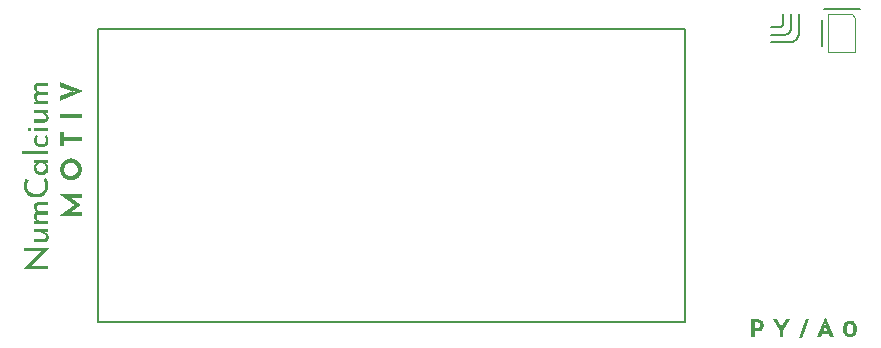
<source format=gbr>
%TF.GenerationSoftware,KiCad,Pcbnew,8.0.7-8.0.7-0~ubuntu22.04.1*%
%TF.CreationDate,2024-12-28T00:37:12+00:00*%
%TF.ProjectId,numcalcium,6e756d63-616c-4636-9975-6d2e6b696361,rev?*%
%TF.SameCoordinates,Original*%
%TF.FileFunction,Legend,Top*%
%TF.FilePolarity,Positive*%
%FSLAX46Y46*%
G04 Gerber Fmt 4.6, Leading zero omitted, Abs format (unit mm)*
G04 Created by KiCad (PCBNEW 8.0.7-8.0.7-0~ubuntu22.04.1) date 2024-12-28 00:37:12*
%MOMM*%
%LPD*%
G01*
G04 APERTURE LIST*
%ADD10C,0.211666*%
%ADD11C,0.400000*%
%ADD12C,0.150000*%
%ADD13C,0.250000*%
%ADD14C,0.350000*%
%ADD15C,0.120000*%
G04 APERTURE END LIST*
D10*
X66006199Y29772849D02*
X66038951Y29775339D01*
X67101991Y29469243D02*
X67126887Y29504253D01*
X66588939Y30225153D02*
X66597629Y30255756D01*
X65951902Y30769903D02*
X65954426Y30789765D01*
X66134187Y29792314D02*
X66164790Y29801004D01*
X65639584Y30441531D02*
X65658785Y30445963D01*
X67191335Y29616381D02*
X67209218Y29655936D01*
X65812049Y30524095D02*
X65826449Y30536569D01*
X67017847Y29372096D02*
X67047415Y29403108D01*
X65748774Y30481369D02*
X65765394Y30490925D01*
X67274782Y29912219D02*
X67278230Y29957568D01*
X66522413Y29120840D02*
X66566387Y29128693D01*
X64898142Y30433468D02*
X65559600Y30433468D01*
X65925287Y30675862D02*
X65932393Y30693885D01*
X66614604Y30350992D02*
X66617094Y30383744D01*
X65877630Y30592887D02*
X65888695Y30608447D01*
X66477724Y29115161D02*
X66522413Y29120840D01*
X66578799Y30195187D02*
X66588939Y30225153D01*
X65696058Y30457550D02*
X65714081Y30464656D01*
X65956475Y31491801D02*
X65954426Y30789765D01*
X66432375Y29111713D02*
X66477724Y29115161D01*
X66566387Y29128693D02*
X66609590Y29138664D01*
X65658785Y30445963D02*
X65677618Y30451311D01*
X66885690Y29263056D02*
X66920700Y29287952D01*
X65826449Y30536569D02*
X65840233Y30549710D01*
X66386423Y29110551D02*
X66432375Y29111713D01*
X66651965Y29150697D02*
X66693456Y29164736D01*
X67225207Y29696487D02*
X67239246Y29737978D01*
X65954426Y30789765D02*
X65955959Y30809920D01*
X65677618Y30451311D02*
X65696058Y30457550D01*
X66540094Y30109525D02*
X66554337Y30137333D01*
X66604831Y30286958D02*
X66610503Y30318717D01*
X66358877Y29900134D02*
X66383240Y29919279D01*
X66617934Y30416931D02*
X66617934Y31491801D01*
X66610503Y30318717D02*
X66614604Y30350992D01*
X67171615Y29577878D02*
X67191335Y29616381D01*
X65840233Y30549710D02*
X65853374Y30563494D01*
X66307425Y29865378D02*
X66333592Y29882153D01*
X65955959Y30809920D02*
X65956475Y30830343D01*
X67047415Y29403108D02*
X67075481Y29435509D01*
X65620040Y30438041D02*
X65639584Y30441531D01*
X65600178Y30435517D02*
X65620040Y30438041D01*
X66597629Y30255756D02*
X66604831Y30286958D01*
X67261250Y29823556D02*
X67269103Y29867530D01*
X66920700Y29287952D02*
X66954434Y29314462D01*
X66773562Y29198608D02*
X66812065Y29218328D01*
X65797056Y30512313D02*
X65812049Y30524095D01*
X66524565Y30082518D02*
X66540094Y30109525D01*
X65899018Y30624549D02*
X65908574Y30641169D01*
X67239246Y29737978D02*
X67251279Y29780353D01*
X67251279Y29780353D02*
X67261250Y29823556D01*
X66554337Y30137333D02*
X66567252Y30165900D01*
X65580023Y30433984D02*
X65600178Y30435517D01*
X66693456Y29164736D02*
X66734007Y29180725D01*
X67269103Y29867530D02*
X67274782Y29912219D01*
X66406641Y29939550D02*
X66429039Y29960904D01*
X67126887Y29504253D02*
X67150114Y29540483D01*
X65853374Y30563494D02*
X65865848Y30577894D01*
X65943980Y30731158D02*
X65948412Y30750359D01*
X65938632Y30712325D02*
X65943980Y30731158D01*
X65948412Y30750359D02*
X65951902Y30769903D01*
X65908574Y30641169D02*
X65917339Y30658282D01*
X66280418Y29849849D02*
X66307425Y29865378D01*
X66450393Y29983302D02*
X66470664Y30006703D01*
X66567252Y30165900D02*
X66578799Y30195187D01*
X67075481Y29435509D02*
X67101991Y29469243D01*
X67209218Y29655936D02*
X67225207Y29696487D01*
X65865848Y30577894D02*
X65877630Y30592887D01*
X67150114Y29540483D02*
X67171615Y29577878D01*
X64898142Y29772009D02*
X65973012Y29772009D01*
X66470664Y30006703D02*
X66489809Y30031066D01*
X67278230Y29957568D02*
X67279392Y30003520D01*
X66224043Y29822691D02*
X66252610Y29835606D01*
X66102985Y29785112D02*
X66134187Y29792314D01*
X66617094Y30383744D02*
X66617934Y30416931D01*
X66333592Y29882153D02*
X66358877Y29900134D01*
X66849460Y29239829D02*
X66885690Y29263056D01*
X65932393Y30693885D02*
X65938632Y30712325D01*
X65781496Y30501248D02*
X65797056Y30512313D01*
X65973012Y29772009D02*
X66006199Y29772849D01*
X65765394Y30490925D02*
X65781496Y30501248D01*
X66734007Y29180725D02*
X66773562Y29198608D01*
X66383240Y29919279D02*
X66406641Y29939550D01*
X65714081Y30464656D02*
X65731661Y30472604D01*
X66429039Y29960904D02*
X66450393Y29983302D01*
X65559600Y30433468D02*
X65580023Y30433984D01*
X66194756Y29811144D02*
X66224043Y29822691D01*
X66812065Y29218328D02*
X66849460Y29239829D01*
X66954434Y29314462D02*
X66986835Y29342528D01*
X66164790Y29801004D02*
X66194756Y29811144D01*
X66507790Y30056351D02*
X66524565Y30082518D01*
X66609590Y29138664D02*
X66651965Y29150697D01*
X66489809Y30031066D02*
X66507790Y30056351D01*
X67279392Y30003520D02*
X67279392Y31491801D01*
X64898142Y29110551D02*
X66386423Y29110551D01*
X65888695Y30608447D02*
X65899018Y30624549D01*
X66252610Y29835606D02*
X66280418Y29849849D01*
X65917339Y30658282D02*
X65925287Y30675862D01*
X66038951Y29775339D02*
X66071226Y29779440D01*
X66071226Y29779440D02*
X66102985Y29785112D01*
X65731661Y30472604D02*
X65748774Y30481369D01*
X65956475Y30830343D02*
X65956475Y31491801D01*
X66986835Y29342528D02*
X67017847Y29372096D01*
D11*
G36*
X6529893Y14452747D02*
G01*
X4653069Y14452747D01*
X4653069Y14454884D01*
X6074257Y15457196D01*
X6040063Y15305033D01*
X4653069Y16304780D01*
X4653069Y16309481D01*
X6529893Y16309481D01*
X6529893Y15954291D01*
X5454491Y15954291D01*
X5638284Y15976517D01*
X6505529Y15366582D01*
X6505529Y15361453D01*
X5638284Y14734420D01*
X5469024Y14795542D01*
X6529893Y14795542D01*
X6529893Y14452747D01*
G37*
G36*
X5724597Y19296941D02*
G01*
X5815558Y19283397D01*
X5903474Y19260824D01*
X5988345Y19229221D01*
X6069155Y19189578D01*
X6144889Y19142881D01*
X6215548Y19089133D01*
X6281131Y19028332D01*
X6340757Y18961627D01*
X6393544Y18890166D01*
X6439492Y18813951D01*
X6478602Y18732981D01*
X6509643Y18648271D01*
X6531816Y18560835D01*
X6545120Y18470676D01*
X6549554Y18377791D01*
X6545120Y18283784D01*
X6531816Y18192823D01*
X6509643Y18104907D01*
X6478602Y18020036D01*
X6439492Y17939226D01*
X6393544Y17863492D01*
X6340757Y17792833D01*
X6281131Y17727250D01*
X6215548Y17667651D01*
X6144889Y17614944D01*
X6069155Y17569129D01*
X5988345Y17530207D01*
X5903474Y17499165D01*
X5815558Y17476993D01*
X5724597Y17463689D01*
X5630590Y17459254D01*
X5538828Y17463689D01*
X5449469Y17476993D01*
X5362515Y17499165D01*
X5277965Y17530207D01*
X5196994Y17569129D01*
X5120779Y17614944D01*
X5049319Y17667651D01*
X4982614Y17727250D01*
X4921733Y17792833D01*
X4867744Y17863492D01*
X4820647Y17939226D01*
X4780442Y18020036D01*
X4748278Y18104907D01*
X4725304Y18192823D01*
X4711520Y18283784D01*
X4706925Y18377791D01*
X4707052Y18380355D01*
X5050147Y18380355D01*
X5056338Y18294603D01*
X5077018Y18207131D01*
X5094172Y18162369D01*
X5135868Y18084778D01*
X5189414Y18015229D01*
X5218125Y17985842D01*
X5287023Y17929669D01*
X5364527Y17884783D01*
X5403200Y17867873D01*
X5491453Y17841029D01*
X5577927Y17828396D01*
X5630590Y17826413D01*
X5718446Y17832423D01*
X5808604Y17852500D01*
X5854988Y17869155D01*
X5935428Y17909803D01*
X6007967Y17961597D01*
X6038781Y17989261D01*
X6097521Y18056140D01*
X6144551Y18131061D01*
X6162307Y18168352D01*
X6190811Y18254039D01*
X6204225Y18338519D01*
X6206332Y18390186D01*
X6199066Y18480995D01*
X6177269Y18566584D01*
X6162307Y18604326D01*
X6120682Y18680663D01*
X6067347Y18748535D01*
X6038781Y18777006D01*
X5969889Y18831448D01*
X5893096Y18875308D01*
X5854988Y18891983D01*
X5767641Y18919104D01*
X5682380Y18931866D01*
X5630590Y18933871D01*
X5541312Y18927860D01*
X5456842Y18909828D01*
X5403200Y18891128D01*
X5321724Y18851109D01*
X5248855Y18800509D01*
X5218125Y18773586D01*
X5159109Y18708579D01*
X5111944Y18635107D01*
X5094172Y18598342D01*
X5065668Y18513909D01*
X5051695Y18423832D01*
X5050147Y18380355D01*
X4707052Y18380355D01*
X4711520Y18470676D01*
X4725304Y18560835D01*
X4748278Y18648271D01*
X4780442Y18732981D01*
X4820647Y18813951D01*
X4867744Y18890166D01*
X4921733Y18961627D01*
X4982614Y19028332D01*
X5049319Y19089133D01*
X5120779Y19142881D01*
X5196994Y19189578D01*
X5277965Y19229221D01*
X5362515Y19260824D01*
X5449469Y19283397D01*
X5538828Y19296941D01*
X5630590Y19301456D01*
X5724597Y19296941D01*
G37*
G36*
X4726586Y20329413D02*
G01*
X4726586Y21544582D01*
X5069809Y21544582D01*
X5069809Y21106044D01*
X6529893Y21106044D01*
X6529893Y20750854D01*
X5069809Y20750854D01*
X5069809Y20329413D01*
X4726586Y20329413D01*
G37*
G36*
X4726586Y22681533D02*
G01*
X4726586Y23036723D01*
X6529893Y23036723D01*
X6529893Y22681533D01*
X4726586Y22681533D01*
G37*
G36*
X4726586Y24569042D02*
G01*
X6025104Y25095629D01*
X5983643Y24890038D01*
X4726586Y25367471D01*
X4726586Y25788913D01*
X6613240Y24965692D01*
X4726586Y24142471D01*
X4726586Y24569042D01*
G37*
D12*
X7958392Y30241001D02*
X57615392Y30241001D01*
X57615392Y5441001D01*
X7958392Y5441001D01*
X7958392Y30241001D01*
X72401392Y31957801D02*
X69607392Y31957801D01*
X69607392Y31957801D02*
X69353392Y31957801D01*
D13*
G36*
X3759337Y11693090D02*
G01*
X2170293Y10127982D01*
X2189833Y10206628D01*
X3693392Y10212001D01*
X3693392Y9938938D01*
X1607558Y9938938D01*
X1607558Y9951639D01*
X3200509Y11500138D01*
X3186832Y11437124D01*
X1669107Y11431262D01*
X1669107Y11701394D01*
X3759337Y11701394D01*
X3759337Y11693090D01*
G37*
G36*
X3738332Y12585553D02*
G01*
X3726903Y12482547D01*
X3688366Y12385712D01*
X3641612Y12323725D01*
X3561035Y12260688D01*
X3464383Y12224715D01*
X3391019Y12215770D01*
X2534215Y12215770D01*
X2534215Y12477598D01*
X3298695Y12477598D01*
X3398015Y12499886D01*
X3452080Y12532797D01*
X3504019Y12617213D01*
X3514117Y12689112D01*
X3497987Y12786501D01*
X3456964Y12863502D01*
X3384002Y12937064D01*
X3300161Y12987089D01*
X3200942Y13020398D01*
X3097879Y13033087D01*
X3074480Y13033495D01*
X2534215Y13033495D01*
X2534215Y13295323D01*
X3693392Y13295323D01*
X3693392Y13058896D01*
X3409093Y13036426D01*
X3459407Y13049126D01*
X3544432Y12999204D01*
X3603510Y12946056D01*
X3663124Y12867019D01*
X3702673Y12785833D01*
X3729417Y12689601D01*
X3738297Y12592285D01*
X3738332Y12585553D01*
G37*
G36*
X2534215Y13979203D02*
G01*
X2794578Y14001673D01*
X2772107Y13988973D01*
X2687514Y14039825D01*
X2610635Y14110179D01*
X2563524Y14173132D01*
X2517385Y14267700D01*
X2493798Y14362835D01*
X2487809Y14446684D01*
X2497855Y14548694D01*
X2519560Y14618631D01*
X2568943Y14703162D01*
X2608465Y14744172D01*
X2694417Y14794211D01*
X2748172Y14808163D01*
X2758430Y14792532D01*
X2670709Y14850830D01*
X2598787Y14923141D01*
X2559616Y14979133D01*
X2515859Y15070152D01*
X2492297Y15165155D01*
X2487809Y15230704D01*
X2497254Y15329870D01*
X2529463Y15423305D01*
X2584529Y15500348D01*
X2665106Y15561714D01*
X2761758Y15595602D01*
X2835122Y15602930D01*
X3693392Y15602930D01*
X3693392Y15342567D01*
X2930377Y15342567D01*
X2830085Y15324439D01*
X2780900Y15299091D01*
X2723704Y15214944D01*
X2714955Y15157919D01*
X2732188Y15055924D01*
X2776015Y14976691D01*
X2845747Y14906105D01*
X2933796Y14852616D01*
X3028257Y14820065D01*
X3129372Y14805761D01*
X3143357Y14805232D01*
X3693392Y14805232D01*
X3693392Y14543404D01*
X2930377Y14543404D01*
X2830085Y14523903D01*
X2780900Y14496998D01*
X2725171Y14415323D01*
X2714955Y14352895D01*
X2732188Y14251038D01*
X2776015Y14172155D01*
X2846113Y14102424D01*
X2935262Y14049545D01*
X3030667Y14017989D01*
X3131868Y14005753D01*
X3145799Y14005581D01*
X3693392Y14005581D01*
X3693392Y13743753D01*
X2534215Y13743753D01*
X2534215Y13979203D01*
G37*
G36*
X3541961Y17606209D02*
G01*
X3592231Y17520572D01*
X3617676Y17469433D01*
X3656389Y17374789D01*
X3684853Y17280155D01*
X3688507Y17265735D01*
X3706925Y17167882D01*
X3715347Y17062450D01*
X3715862Y17011234D01*
X3710840Y16910468D01*
X3695941Y16800803D01*
X3671272Y16697000D01*
X3636834Y16599059D01*
X3631842Y16587228D01*
X3587573Y16496675D01*
X3535855Y16413083D01*
X3468767Y16327362D01*
X3410070Y16266782D01*
X3327612Y16197423D01*
X3238508Y16137724D01*
X3142758Y16087685D01*
X3086692Y16064060D01*
X2993788Y16033072D01*
X2897770Y16010937D01*
X2798638Y15997657D01*
X2696392Y15993230D01*
X2585262Y15997809D01*
X2478528Y16011548D01*
X2376190Y16034446D01*
X2278248Y16066503D01*
X2185436Y16107199D01*
X2098974Y16155529D01*
X2018863Y16211491D01*
X1945101Y16275086D01*
X1870440Y16354985D01*
X1805826Y16442457D01*
X1751257Y16537503D01*
X1725283Y16593579D01*
X1690875Y16687582D01*
X1666298Y16785920D01*
X1651552Y16888593D01*
X1646636Y16995602D01*
X1650539Y17095388D01*
X1664030Y17199916D01*
X1687156Y17297766D01*
X1695973Y17325819D01*
X1731519Y17422948D01*
X1774773Y17517585D01*
X1810279Y17580808D01*
X2065269Y17471876D01*
X2013055Y17385272D01*
X1967614Y17290304D01*
X1958290Y17268177D01*
X1927928Y17174915D01*
X1911579Y17074645D01*
X1908465Y17003907D01*
X1915449Y16904830D01*
X1936402Y16809102D01*
X1967572Y16724981D01*
X2013413Y16637664D01*
X2070337Y16557736D01*
X2131703Y16491485D01*
X2208399Y16427383D01*
X2293407Y16373439D01*
X2377900Y16333216D01*
X2477390Y16300677D01*
X2582422Y16281644D01*
X2682715Y16276063D01*
X2782845Y16281119D01*
X2888029Y16298362D01*
X2988018Y16327842D01*
X3080745Y16368809D01*
X3164814Y16420512D01*
X3233726Y16476831D01*
X3305305Y16555530D01*
X3359574Y16637206D01*
X3395904Y16710815D01*
X3428999Y16808438D01*
X3448357Y16913911D01*
X3454034Y17016607D01*
X3448492Y17119189D01*
X3429808Y17221484D01*
X3407139Y17291625D01*
X3366860Y17382092D01*
X3314975Y17469647D01*
X3300161Y17489950D01*
X3541961Y17606209D01*
G37*
G36*
X3693392Y18925121D02*
G01*
X3500261Y18925121D01*
X3529749Y18904116D01*
X3598573Y18830736D01*
X3618165Y18804953D01*
X3667815Y18720193D01*
X3691926Y18661827D01*
X3715625Y18564420D01*
X3721235Y18480110D01*
X3714414Y18380791D01*
X3691152Y18278372D01*
X3651382Y18183111D01*
X3595565Y18098287D01*
X3524164Y18026507D01*
X3445729Y17972574D01*
X3354940Y17931615D01*
X3252319Y17905827D01*
X3149846Y17895587D01*
X3113559Y17894904D01*
X3008450Y17901319D01*
X2911841Y17920561D01*
X2814468Y17956988D01*
X2778458Y17975993D01*
X2696923Y18032274D01*
X2622000Y18106414D01*
X2562547Y18193369D01*
X2519440Y18289848D01*
X2494226Y18392561D01*
X2486832Y18491346D01*
X2490927Y18541660D01*
X2702254Y18541660D01*
X2714833Y18442131D01*
X2752568Y18350662D01*
X2812774Y18272138D01*
X2892763Y18211443D01*
X2983117Y18174277D01*
X3086564Y18159866D01*
X3101347Y18159664D01*
X3202870Y18171363D01*
X3294947Y18206461D01*
X3306511Y18212909D01*
X3388576Y18275191D01*
X3452080Y18355546D01*
X3492380Y18448847D01*
X3505813Y18549964D01*
X3495611Y18647352D01*
X3469665Y18724353D01*
X3415654Y18807458D01*
X3366595Y18853802D01*
X3278921Y18903924D01*
X3208814Y18925121D01*
X2980691Y18925121D01*
X2889891Y18887135D01*
X2836099Y18847452D01*
X2771321Y18773637D01*
X2737913Y18713607D01*
X2708139Y18615283D01*
X2702254Y18541660D01*
X2490927Y18541660D01*
X2495490Y18597731D01*
X2524685Y18699833D01*
X2560105Y18766851D01*
X2624476Y18849269D01*
X2698522Y18913951D01*
X2717927Y18926323D01*
X2534215Y18946126D01*
X2534215Y19186949D01*
X3693392Y19186949D01*
X3693392Y18925121D01*
G37*
G36*
X1525004Y19634891D02*
G01*
X1525004Y19896719D01*
X3693392Y19896719D01*
X3693392Y19634891D01*
X1525004Y19634891D01*
G37*
G36*
X3585436Y21288415D02*
G01*
X3641856Y21202685D01*
X3682772Y21108561D01*
X3685087Y21101813D01*
X3709798Y21006457D01*
X3720917Y20903253D01*
X3721235Y20882483D01*
X3715285Y20779739D01*
X3694715Y20674009D01*
X3659452Y20577151D01*
X3646008Y20549824D01*
X3592771Y20466476D01*
X3520546Y20388899D01*
X3434006Y20326098D01*
X3343846Y20283594D01*
X3244336Y20256832D01*
X3146783Y20246206D01*
X3112582Y20245498D01*
X3012307Y20252260D01*
X2909954Y20275634D01*
X2817142Y20315706D01*
X2791158Y20330983D01*
X2711732Y20389706D01*
X2638357Y20466533D01*
X2579644Y20556175D01*
X2540231Y20645705D01*
X2513737Y20748596D01*
X2504979Y20846140D01*
X2504906Y20856105D01*
X2510401Y20956695D01*
X2528758Y21056210D01*
X2543985Y21105721D01*
X2583602Y21196188D01*
X2638084Y21280459D01*
X2650475Y21295742D01*
X2820956Y21165316D01*
X2768818Y21082226D01*
X2750614Y21042706D01*
X2723328Y20944246D01*
X2718863Y20878575D01*
X2731807Y20780512D01*
X2770642Y20691485D01*
X2836135Y20611484D01*
X2911326Y20557152D01*
X3006092Y20519782D01*
X3105583Y20507375D01*
X3112582Y20507326D01*
X3215775Y20520027D01*
X3310419Y20558128D01*
X3391385Y20618945D01*
X3453545Y20698812D01*
X3492746Y20794922D01*
X3505762Y20896338D01*
X3505813Y20903488D01*
X3494205Y21004670D01*
X3483343Y21041241D01*
X3438096Y21131985D01*
X3421793Y21154081D01*
X3585436Y21288415D01*
G37*
G36*
X2534215Y21622050D02*
G01*
X2534215Y21883879D01*
X3693392Y21883879D01*
X3693392Y21622050D01*
X2534215Y21622050D01*
G37*
G36*
X2125841Y21603976D02*
G01*
X2032395Y21642124D01*
X2021793Y21653802D01*
X1981286Y21743099D01*
X1980272Y21760780D01*
X2012062Y21854386D01*
X2021793Y21866293D01*
X2110538Y21912455D01*
X2125841Y21913188D01*
X2220355Y21877284D01*
X2230865Y21866293D01*
X2270776Y21775252D01*
X2271410Y21760780D01*
X2239994Y21666373D01*
X2230377Y21653802D01*
X2145008Y21605193D01*
X2125841Y21603976D01*
G37*
G36*
X3738332Y22703069D02*
G01*
X3726903Y22600063D01*
X3688366Y22503228D01*
X3641612Y22441241D01*
X3561035Y22378203D01*
X3464383Y22342231D01*
X3391019Y22333285D01*
X2534215Y22333285D01*
X2534215Y22595114D01*
X3298695Y22595114D01*
X3398015Y22617401D01*
X3452080Y22650313D01*
X3504019Y22734729D01*
X3514117Y22806628D01*
X3497987Y22904017D01*
X3456964Y22981018D01*
X3384002Y23054580D01*
X3300161Y23104604D01*
X3200942Y23137914D01*
X3097879Y23150603D01*
X3074480Y23151011D01*
X2534215Y23151011D01*
X2534215Y23412839D01*
X3693392Y23412839D01*
X3693392Y23176412D01*
X3409093Y23153941D01*
X3459407Y23166642D01*
X3544432Y23116719D01*
X3603510Y23063572D01*
X3663124Y22984535D01*
X3702673Y22903348D01*
X3729417Y22807117D01*
X3738297Y22709801D01*
X3738332Y22703069D01*
G37*
G36*
X2534215Y24096719D02*
G01*
X2794578Y24119189D01*
X2772107Y24106489D01*
X2687514Y24157341D01*
X2610635Y24227695D01*
X2563524Y24290648D01*
X2517385Y24385215D01*
X2493798Y24480351D01*
X2487809Y24564200D01*
X2497855Y24666209D01*
X2519560Y24736147D01*
X2568943Y24820678D01*
X2608465Y24861687D01*
X2694417Y24911726D01*
X2748172Y24925679D01*
X2758430Y24910048D01*
X2670709Y24968345D01*
X2598787Y25040656D01*
X2559616Y25096649D01*
X2515859Y25187668D01*
X2492297Y25282671D01*
X2487809Y25348219D01*
X2497254Y25447386D01*
X2529463Y25540821D01*
X2584529Y25617863D01*
X2665106Y25679229D01*
X2761758Y25713118D01*
X2835122Y25720445D01*
X3693392Y25720445D01*
X3693392Y25460082D01*
X2930377Y25460082D01*
X2830085Y25441955D01*
X2780900Y25416607D01*
X2723704Y25332460D01*
X2714955Y25275435D01*
X2732188Y25173440D01*
X2776015Y25094207D01*
X2845747Y25023620D01*
X2933796Y24970131D01*
X3028257Y24937581D01*
X3129372Y24923277D01*
X3143357Y24922748D01*
X3693392Y24922748D01*
X3693392Y24660920D01*
X2930377Y24660920D01*
X2830085Y24641419D01*
X2780900Y24614514D01*
X2725171Y24532839D01*
X2714955Y24470410D01*
X2732188Y24368554D01*
X2776015Y24289671D01*
X2846113Y24219939D01*
X2935262Y24167061D01*
X3030667Y24135505D01*
X3131868Y24123269D01*
X3145799Y24123097D01*
X3693392Y24123097D01*
X3693392Y23861269D01*
X2534215Y23861269D01*
X2534215Y24096719D01*
G37*
D14*
G36*
X63760777Y5705023D02*
G01*
X63835870Y5695820D01*
X63914821Y5677788D01*
X63986446Y5651741D01*
X64003207Y5643978D01*
X64072794Y5603769D01*
X64132355Y5555273D01*
X64181888Y5498488D01*
X64205074Y5463360D01*
X64238545Y5394407D01*
X64261063Y5318615D01*
X64271882Y5245502D01*
X64274316Y5187121D01*
X64269600Y5110141D01*
X64255452Y5032798D01*
X64245740Y4996978D01*
X64219843Y4928010D01*
X64181090Y4858876D01*
X64155614Y4824054D01*
X64103253Y4770079D01*
X64039042Y4724655D01*
X63989651Y4699124D01*
X63920200Y4674201D01*
X63841446Y4658509D01*
X63762614Y4652279D01*
X63734662Y4651863D01*
X63516309Y4651863D01*
X63516309Y4162401D01*
X63211860Y4162401D01*
X63211860Y4947885D01*
X63516309Y4947885D01*
X63732464Y4947885D01*
X63806553Y4956410D01*
X63847868Y4972066D01*
X63907921Y5017450D01*
X63920409Y5032882D01*
X63955070Y5099520D01*
X63958144Y5109452D01*
X63969868Y5178695D01*
X63962540Y5240611D01*
X63936321Y5311901D01*
X63932132Y5319379D01*
X63881310Y5373949D01*
X63861790Y5386424D01*
X63789977Y5410037D01*
X63734662Y5413901D01*
X63516309Y5413901D01*
X63516309Y4947885D01*
X63211860Y4947885D01*
X63211860Y5708091D01*
X63680074Y5708091D01*
X63760777Y5705023D01*
G37*
G36*
X65629131Y4643437D02*
G01*
X65060168Y5708091D01*
X65436058Y5708091D01*
X65835028Y4905754D01*
X65744903Y4899525D01*
X66137645Y5708091D01*
X66513535Y5708091D01*
X65933580Y4643437D01*
X65933580Y4162401D01*
X65629131Y4162401D01*
X65629131Y4643437D01*
G37*
G36*
X68122240Y5739599D02*
G01*
X68094282Y5663575D01*
X68066324Y5587589D01*
X68038366Y5511642D01*
X68010408Y5435734D01*
X67982449Y5359864D01*
X67954491Y5284033D01*
X67926533Y5208241D01*
X67898575Y5132487D01*
X67870617Y5056772D01*
X67842659Y4981096D01*
X67824020Y4930666D01*
X67796062Y4855084D01*
X67768103Y4779464D01*
X67740145Y4703805D01*
X67712187Y4628107D01*
X67684229Y4552370D01*
X67656271Y4476595D01*
X67628313Y4400781D01*
X67600354Y4324929D01*
X67572396Y4249038D01*
X67544438Y4173108D01*
X67525799Y4122467D01*
X67260918Y4122467D01*
X67288876Y4198422D01*
X67316834Y4274339D01*
X67344792Y4350217D01*
X67372751Y4426057D01*
X67400709Y4501858D01*
X67428667Y4577620D01*
X67456625Y4653344D01*
X67484583Y4729029D01*
X67512542Y4804675D01*
X67540500Y4880283D01*
X67559138Y4930666D01*
X67587097Y5006317D01*
X67615055Y5082006D01*
X67643013Y5157734D01*
X67670971Y5233501D01*
X67698929Y5309306D01*
X67726888Y5385150D01*
X67754846Y5461032D01*
X67782804Y5536953D01*
X67810762Y5612913D01*
X67838720Y5688912D01*
X67857359Y5739599D01*
X68122240Y5739599D01*
G37*
G36*
X68815768Y4162401D02*
G01*
X69512959Y5768908D01*
X69529812Y5768908D01*
X70227003Y4162401D01*
X69874194Y4162401D01*
X69429062Y5292268D01*
X69649247Y5443576D01*
X69115820Y4162401D01*
X68815768Y4162401D01*
G37*
G36*
X69292408Y4721106D02*
G01*
X69756591Y4721106D01*
X69863570Y4464651D01*
X69197886Y4464651D01*
X69292408Y4721106D01*
G37*
G36*
X71665959Y5567323D02*
G01*
X71743686Y5553293D01*
X71818123Y5529306D01*
X71888137Y5495224D01*
X71952089Y5450406D01*
X72004969Y5400345D01*
X72052174Y5341341D01*
X72092581Y5273320D01*
X72123136Y5204393D01*
X72132097Y5179794D01*
X72154412Y5101043D01*
X72168116Y5024764D01*
X72176050Y4942579D01*
X72178259Y4865820D01*
X72176050Y4786582D01*
X72169424Y4712358D01*
X72156440Y4633669D01*
X72137687Y4561530D01*
X72132097Y4544518D01*
X72103291Y4472799D01*
X72064623Y4402289D01*
X72018942Y4341438D01*
X72003870Y4325066D01*
X71944931Y4271956D01*
X71880451Y4229495D01*
X71817024Y4200136D01*
X71743213Y4177400D01*
X71665852Y4164102D01*
X71592443Y4160202D01*
X71518891Y4164317D01*
X71441042Y4178347D01*
X71366396Y4202334D01*
X71296548Y4236581D01*
X71232587Y4281392D01*
X71179550Y4331294D01*
X71132538Y4390299D01*
X71092252Y4458320D01*
X71061746Y4527247D01*
X71052788Y4551846D01*
X71030474Y4630597D01*
X71016769Y4706875D01*
X71008835Y4789061D01*
X71006626Y4865820D01*
X71006680Y4868018D01*
X71323531Y4868018D01*
X71326259Y4791145D01*
X71335455Y4712912D01*
X71346612Y4658091D01*
X71371231Y4587701D01*
X71414212Y4522411D01*
X71428312Y4507882D01*
X71493270Y4467911D01*
X71565194Y4453065D01*
X71590245Y4452195D01*
X71667997Y4461385D01*
X71738628Y4494830D01*
X71754009Y4507882D01*
X71801660Y4569024D01*
X71830585Y4636470D01*
X71837174Y4659923D01*
X71851909Y4735400D01*
X71859441Y4809746D01*
X71861354Y4874246D01*
X71858497Y4950600D01*
X71848863Y5027081D01*
X71837174Y5079777D01*
X71809355Y5151875D01*
X71764763Y5213403D01*
X71754009Y5223758D01*
X71688831Y5262414D01*
X71615804Y5276772D01*
X71590245Y5277613D01*
X71513855Y5268604D01*
X71443745Y5235819D01*
X71428312Y5223025D01*
X71381165Y5163477D01*
X71351252Y5092791D01*
X71346612Y5075747D01*
X71332547Y5003258D01*
X71324974Y4924278D01*
X71323531Y4868018D01*
X71006680Y4868018D01*
X71008730Y4950821D01*
X71015041Y5029510D01*
X71027406Y5111713D01*
X71045266Y5185673D01*
X71050590Y5202875D01*
X71078073Y5274865D01*
X71115067Y5344860D01*
X71158859Y5404337D01*
X71173322Y5420129D01*
X71230809Y5470921D01*
X71294962Y5510458D01*
X71359069Y5536633D01*
X71435076Y5556448D01*
X71508005Y5567325D01*
X71584584Y5571403D01*
X71592443Y5571437D01*
X71665959Y5567323D01*
G37*
D12*
X69215392Y31041001D02*
X69215392Y28841001D01*
D15*
%TO.C,D26*%
X69727392Y31525801D02*
X69727392Y28325801D01*
X69727392Y31525801D02*
X71727392Y31525801D01*
X72027392Y31225801D02*
X71727392Y31525801D01*
X72027392Y31225801D02*
X72027392Y28325801D01*
X72027392Y28325801D02*
X69727392Y28325801D01*
%TD*%
M02*

</source>
